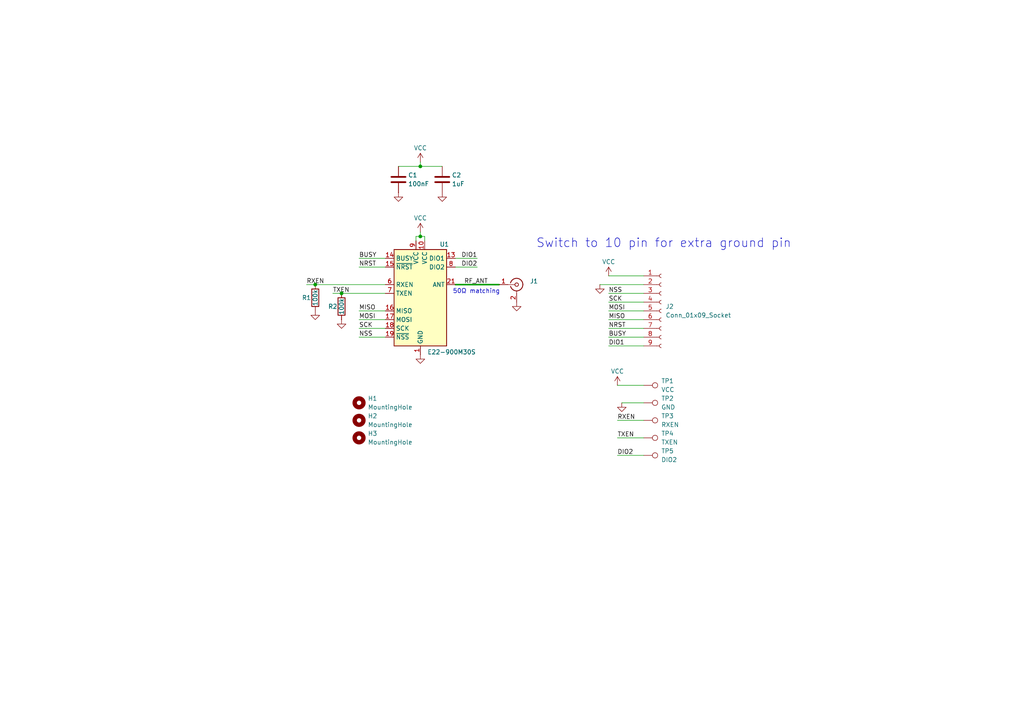
<source format=kicad_sch>
(kicad_sch (version 20231120) (generator "eeschema") (generator_version "8.0")
  (paper "A4")
  (title_block (title "ChungRF") (date "2024-05-23") (rev "R2") (company "Chungus Aerospace"))
  (lib_symbols
    (symbol "Connector:Conn_01x09_Socket" (pin_names (offset 1.016) hide)
      (property "Reference" "J" (at 0 12.7 0))
      (property "Value" "Conn_01x09_Socket" (at 0 -12.7 0))
      (symbol "Conn_01x09_Socket_1_1"
        (arc (start 0 -9.652) (mid -0.5058 -10.16) (end 0 -10.668) (stroke (width 0.1524)))
        (arc (start 0 -7.112) (mid -0.5058 -7.62) (end 0 -8.128) (stroke (width 0.1524)))
        (arc (start 0 -4.572) (mid -0.5058 -5.08) (end 0 -5.588) (stroke (width 0.1524)))
        (arc (start 0 -2.032) (mid -0.5058 -2.54) (end 0 -3.048) (stroke (width 0.1524)))
        (polyline (pts (xy -1.27 -10.16) (xy -0.508 -10.16)) (stroke (width 0.1524)))
        (polyline (pts (xy -1.27 -7.62) (xy -0.508 -7.62)) (stroke (width 0.1524)))
        (polyline (pts (xy -1.27 -5.08) (xy -0.508 -5.08)) (stroke (width 0.1524)))
        (polyline (pts (xy -1.27 -2.54) (xy -0.508 -2.54)) (stroke (width 0.1524)))
        (polyline (pts (xy -1.27 0) (xy -0.508 0)) (stroke (width 0.1524)))
        (polyline (pts (xy -1.27 2.54) (xy -0.508 2.54)) (stroke (width 0.1524)))
        (polyline (pts (xy -1.27 5.08) (xy -0.508 5.08)) (stroke (width 0.1524)))
        (polyline (pts (xy -1.27 7.62) (xy -0.508 7.62)) (stroke (width 0.1524)))
        (polyline (pts (xy -1.27 10.16) (xy -0.508 10.16)) (stroke (width 0.1524)))
        (arc (start 0 0.508) (mid -0.5058 0) (end 0 -0.508) (stroke (width 0.1524)))
        (arc (start 0 3.048) (mid -0.5058 2.54) (end 0 2.032) (stroke (width 0.1524)))
        (arc (start 0 5.588) (mid -0.5058 5.08) (end 0 4.572) (stroke (width 0.1524)))
        (arc (start 0 8.128) (mid -0.5058 7.62) (end 0 7.112) (stroke (width 0.1524)))
        (arc (start 0 10.668) (mid -0.5058 10.16) (end 0 9.652) (stroke (width 0.1524)))
        (pin passive line (at -5.08 10.16 0) (length 3.81) (name "Pin_1") (number "1"))
        (pin passive line (at -5.08 7.62 0) (length 3.81) (name "Pin_2") (number "2"))
        (pin passive line (at -5.08 5.08 0) (length 3.81) (name "Pin_3") (number "3"))
        (pin passive line (at -5.08 2.54 0) (length 3.81) (name "Pin_4") (number "4"))
        (pin passive line (at -5.08 0 0) (length 3.81) (name "Pin_5") (number "5"))
        (pin passive line (at -5.08 -2.54 0) (length 3.81) (name "Pin_6") (number "6"))
        (pin passive line (at -5.08 -5.08 0) (length 3.81) (name "Pin_7") (number "7"))
        (pin passive line (at -5.08 -7.62 0) (length 3.81) (name "Pin_8") (number "8"))
        (pin passive line (at -5.08 -10.16 0) (length 3.81) (name "Pin_9") (number "9"))
      )
    )
    (symbol "Connector:Conn_Coaxial" (pin_names (offset 1.016) hide)
      (property "Reference" "J" (at 0.254 3.048 0))
      (property "Value" "Conn_Coaxial" (at 2.921 0 90))
      (symbol "Conn_Coaxial_0_1"
        (arc (start -1.778 -0.508) (mid 0.2311 -1.8066) (end 1.778 0) (stroke (width 0.254)))
        (polyline (pts (xy -2.54 0) (xy -0.508 0)))
        (polyline (pts (xy 0 -2.54) (xy 0 -1.778)))
        (circle (center 0 0) (radius 0.508) (stroke (width 0.2032)))
        (arc (start 1.778 0) (mid 0.2099 1.8101) (end -1.778 0.508) (stroke (width 0.254)))
      )
      (symbol "Conn_Coaxial_1_1"
        (pin passive line (at -5.08 0 0) (length 2.54) (name "In") (number "1"))
        (pin passive line (at 0 -5.08 90) (length 2.54) (name "Ext") (number "2"))
      )
    )
    (symbol "Connector:TestPoint" (pin_numbers hide) (pin_names (offset 0.762) hide)
      (property "Reference" "TP" (at 0 6.858 0))
      (property "Value" "TestPoint" (at 0 5.08 0))
      (symbol "TestPoint_0_1"
        (circle (center 0 3.302) (radius 0.762))
      )
      (symbol "TestPoint_1_1"
        (pin passive line (at 0 0 90) (length 2.54) (name "1") (number "1"))
      )
    )
    (symbol "Device:C" (pin_numbers hide) (pin_names (offset 0.254))
      (property "Reference" "C" (at 0.635 2.54 0))
      (property "Value" "C" (at 0.635 -2.54 0))
      (symbol "C_0_1"
        (polyline (pts (xy -2.032 -0.762) (xy 2.032 -0.762)) (stroke (width 0.508)))
        (polyline (pts (xy -2.032 0.762) (xy 2.032 0.762)) (stroke (width 0.508)))
      )
      (symbol "C_1_1"
        (pin passive line (at 0 3.81 270) (length 2.794) (name "~") (number "1"))
        (pin passive line (at 0 -3.81 90) (length 2.794) (name "~") (number "2"))
      )
    )
    (symbol "Device:R" (pin_numbers hide) (pin_names (offset 0))
      (property "Reference" "R" (at 2.032 0 90))
      (property "Value" "R" (at 0 0 90))
      (symbol "R_0_1"
        (rectangle (start -1.016 -2.54) (end 1.016 2.54) (stroke (width 0.254)))
      )
      (symbol "R_1_1"
        (pin passive line (at 0 3.81 270) (length 1.27) (name "~") (number "1"))
        (pin passive line (at 0 -3.81 90) (length 1.27) (name "~") (number "2"))
      )
    )
    (symbol "Mechanical:MountingHole" (pin_names (offset 1.016))
      (property "Reference" "H" (at 0 5.08 0))
      (property "Value" "MountingHole" (at 0 3.175 0))
      (symbol "MountingHole_0_1"
        (circle (center 0 0) (radius 1.27) (stroke (width 1.27)))
      )
    )
    (symbol "besserLib:E22-900M30S"
      (property "Reference" "U" (at -7.112 14.986 0))
      (property "Value" "E22-900M30S" (at 8.128 14.732 0))
      (symbol "E22-900M30S_0_1"
        (rectangle (start -7.62 13.97) (end 7.62 -13.97) (stroke (width 0.254)) (fill (type background)))
      )
      (symbol "E22-900M30S_1_1"
        (pin power_in line (at 0 -16.51 90) (length 2.54) (name "GND") (number "1"))
        (pin power_in line (at 1.27 16.51 270) (length 2.54) (name "VCC") (number "10"))
        (pin passive line (at 0 -16.51 90) (length 2.54) hide (name "GND") (number "11"))
        (pin passive line (at 0 -16.51 90) (length 2.54) hide (name "GND") (number "12"))
        (pin bidirectional line (at 10.16 11.43 180) (length 2.54) (name "DIO1") (number "13"))
        (pin output line (at -10.16 11.43 0) (length 2.54) (name "BUSY") (number "14"))
        (pin input line (at -10.16 8.89 0) (length 2.54) (name "~{NRST}") (number "15"))
        (pin output line (at -10.16 -3.81 0) (length 2.54) (name "MISO") (number "16"))
        (pin input line (at -10.16 -6.35 0) (length 2.54) (name "MOSI") (number "17"))
        (pin input line (at -10.16 -8.89 0) (length 2.54) (name "SCK") (number "18"))
        (pin input line (at -10.16 -11.43 0) (length 2.54) (name "~{NSS}") (number "19"))
        (pin passive line (at 0 -16.51 90) (length 2.54) hide (name "GND") (number "2"))
        (pin passive line (at 0 -16.51 90) (length 2.54) hide (name "GND") (number "20"))
        (pin input line (at 10.16 3.81 180) (length 2.54) (name "ANT") (number "21"))
        (pin passive line (at 0 -16.51 90) (length 2.54) hide (name "GND") (number "22"))
        (pin passive line (at 0 -16.51 90) (length 2.54) hide (name "GND") (number "3"))
        (pin passive line (at 0 -16.51 90) (length 2.54) hide (name "GND") (number "4"))
        (pin passive line (at 0 -16.51 90) (length 2.54) hide (name "GND") (number "5"))
        (pin input line (at -10.16 3.81 0) (length 2.54) (name "RXEN") (number "6"))
        (pin input line (at -10.16 1.27 0) (length 2.54) (name "TXEN") (number "7"))
        (pin bidirectional line (at 10.16 8.89 180) (length 2.54) (name "DIO2") (number "8"))
        (pin power_in line (at -1.27 16.51 270) (length 2.54) (name "VCC") (number "9"))
      )
    )
    (symbol "power:GND" (power) (pin_numbers hide) (pin_names (offset 0) hide)
      (property "Value" "GND" (at 0 -3.81 0))
      (symbol "GND_0_1"
        (polyline (pts (xy 0 0) (xy 0 -1.27) (xy 1.27 -1.27) (xy 0 -2.54) (xy -1.27 -1.27) (xy 0 -1.27)))
      )
      (symbol "GND_1_1"
        (pin power_in line (at 0 0 270) (length 0) (name "~") (number "1"))
      )
    )
    (symbol "power:VCC" (power) (pin_numbers hide) (pin_names (offset 0) hide)
      (property "Value" "VCC" (at 0 3.556 0))
      (symbol "VCC_0_1"
        (polyline (pts (xy -0.762 1.27) (xy 0 2.54)))
        (polyline (pts (xy 0 0) (xy 0 2.54)))
        (polyline (pts (xy 0 2.54) (xy 0.762 1.27)))
      )
      (symbol "VCC_1_1"
        (pin power_in line (at 0 0 90) (length 0) (name "~") (number "1"))
      )
    )
  )
  (junction (at 99.06 85.09))
  (junction (at 121.92 68.58))
  (junction (at 91.44 82.55))
  (junction (at 121.92 48.26))
  (wire (pts (xy 120.65 68.58) (xy 121.92 68.58)))
  (wire (pts (xy 176.53 92.71) (xy 186.69 92.71)))
  (wire (pts (xy 88.9 82.55) (xy 91.44 82.55)))
  (wire (pts (xy 180.34 116.84) (xy 186.69 116.84)))
  (wire (pts (xy 96.52 85.09) (xy 99.06 85.09)))
  (wire (pts (xy 121.92 67.31) (xy 121.92 68.58)))
  (wire (pts (xy 104.14 74.93) (xy 111.76 74.93)))
  (wire (pts (xy 121.92 48.26) (xy 128.27 48.26)))
  (wire (pts (xy 176.53 90.17) (xy 186.69 90.17)))
  (wire (pts (xy 179.07 132.08) (xy 186.69 132.08)))
  (wire (pts (xy 104.14 97.79) (xy 111.76 97.79)))
  (wire (pts (xy 121.92 46.99) (xy 121.92 48.26)))
  (wire (pts (xy 104.14 95.25) (xy 111.76 95.25)))
  (wire (pts (xy 132.08 82.55) (xy 144.78 82.55)) (stroke (width 0.4318)))
  (wire (pts (xy 121.92 68.58) (xy 123.19 68.58)))
  (wire (pts (xy 115.57 48.26) (xy 121.92 48.26)))
  (wire (pts (xy 176.53 80.01) (xy 186.69 80.01)))
  (wire (pts (xy 104.14 90.17) (xy 111.76 90.17)))
  (wire (pts (xy 91.44 82.55) (xy 111.76 82.55)))
  (wire (pts (xy 132.08 77.47) (xy 138.43 77.47)))
  (wire (pts (xy 179.07 111.76) (xy 186.69 111.76)))
  (wire (pts (xy 179.07 121.92) (xy 186.69 121.92)))
  (wire (pts (xy 123.19 68.58) (xy 123.19 69.85)))
  (wire (pts (xy 176.53 85.09) (xy 186.69 85.09)))
  (wire (pts (xy 99.06 85.09) (xy 111.76 85.09)))
  (wire (pts (xy 132.08 74.93) (xy 138.43 74.93)))
  (wire (pts (xy 173.99 82.55) (xy 186.69 82.55)))
  (wire (pts (xy 104.14 77.47) (xy 111.76 77.47)))
  (wire (pts (xy 104.14 92.71) (xy 111.76 92.71)))
  (wire (pts (xy 176.53 100.33) (xy 186.69 100.33)))
  (wire (pts (xy 176.53 95.25) (xy 186.69 95.25)))
  (wire (pts (xy 176.53 87.63) (xy 186.69 87.63)))
  (wire (pts (xy 120.65 68.58) (xy 120.65 69.85)))
  (wire (pts (xy 186.69 127) (xy 179.07 127)))
  (wire (pts (xy 176.53 97.79) (xy 186.69 97.79)))
  (text "Switch to 10 pin for extra ground pin" (at 192.532 70.612 0) (effects (font (size 2.54 2.54))))
  (text "50Ω matching\n" (at 138.176 84.582 0) (effects (font (size 1.27 1.27))))
  (label "RXEN" (at 88.9 82.55 0))
  (label "SCK" (at 176.53 87.63 0))
  (label "DIO2" (at 179.07 132.08 0))
  (label "TXEN" (at 96.52 85.09 0))
  (label "RXEN" (at 179.07 121.92 0))
  (label "BUSY" (at 176.53 97.79 0))
  (label "BUSY" (at 104.14 74.93 0))
  (label "NRST" (at 176.53 95.25 0))
  (label "MISO" (at 176.53 92.71 0))
  (label "MISO" (at 104.14 90.17 0))
  (label "MOSI" (at 176.53 90.17 0))
  (label "TXEN" (at 179.07 127 0))
  (label "DIO2" (at 138.43 77.47 180))
  (label "NRST" (at 104.14 77.47 0))
  (label "RF_ANT" (at 134.62 82.55 0))
  (label "DIO1" (at 138.43 74.93 180))
  (label "MOSI" (at 104.14 92.71 0))
  (label "NSS" (at 104.14 97.79 0))
  (label "DIO1" (at 176.53 100.33 0))
  (label "NSS" (at 176.53 85.09 0))
  (label "SCK" (at 104.14 95.25 0))
  (symbol (lib_id "Connector:TestPoint") (at 186.69 111.76 270) (unit 1)
    (property "Reference" "TP1" (at 191.77 110.49 90) (effects (justify left)))
    (property "Value" "VCC" (at 191.77 113.03 90) (effects (justify left)))
    (property "Footprint" "TestPoint:TestPoint_Pad_D1.5mm" (effects (hide yes)))
    (property "Description" "test point" (effects (hide yes)))
  )
  (symbol (lib_id "power:VCC") (at 121.92 67.31 0) (unit 1)
    (property "Reference" "#PWR01" (effects (hide yes)))
    (property "Value" "VCC" (at 121.92 63.246 0))
    (property "Description" "Power symbol creates a global label with name \"VCC\"" (effects (hide yes)))
  )
  (symbol (lib_id "Mechanical:MountingHole") (at 104.14 121.92 0) (unit 1)
    (property "Reference" "H2" (at 106.68 120.65 0) (effects (justify left)))
    (property "Value" "MountingHole" (at 106.68 123.19 0) (effects (justify left)))
    (property "Footprint" "MountingHole:MountingHole_2.7mm_M2.5_Pad_Via" (effects (hide yes)))
    (property "Description" "Mounting Hole without connection" (effects (hide yes)))
  )
  (symbol (lib_id "Device:C") (at 128.27 52.07 0) (unit 1)
    (property "Reference" "C2" (at 131.064 50.8 0) (effects (justify left)))
    (property "Value" "1uF" (at 131.064 53.34 0) (effects (justify left)))
    (property "Footprint" "Capacitor_SMD:C_0603_1608Metric" (effects (hide yes)))
    (property "Description" "Unpolarized capacitor" (effects (hide yes)))
  )
  (symbol (lib_id "Device:R") (at 99.06 88.9 0) (unit 1)
    (property "Reference" "R2" (at 96.52 88.9 0))
    (property "Value" "100k" (at 99.06 88.9 90))
    (property "Footprint" "Capacitor_SMD:C_0603_1608Metric" (effects (hide yes)))
    (property "Description" "Resistor" (effects (hide yes)))
  )
  (symbol (lib_id "Device:C") (at 115.57 52.07 0) (unit 1)
    (property "Reference" "C1" (at 118.364 50.8 0) (effects (justify left)))
    (property "Value" "100nF" (at 118.364 53.34 0) (effects (justify left)))
    (property "Footprint" "Capacitor_SMD:C_0603_1608Metric" (effects (hide yes)))
    (property "Description" "Unpolarized capacitor" (effects (hide yes)))
  )
  (symbol (lib_id "power:GND") (at 115.57 55.88 0) (unit 1)
    (property "Reference" "#PWR013" (effects (hide yes)))
    (property "Value" "GND" (effects (hide yes)))
    (property "Description" "Power symbol creates a global label with name \"GND\" , ground" (effects (hide yes)))
  )
  (symbol (lib_id "Mechanical:MountingHole") (at 104.14 127 0) (unit 1)
    (property "Reference" "H3" (at 106.68 125.73 0) (effects (justify left)))
    (property "Value" "MountingHole" (at 106.68 128.27 0) (effects (justify left)))
    (property "Footprint" "MountingHole:MountingHole_2.7mm_M2.5_Pad_Via" (effects (hide yes)))
    (property "Description" "Mounting Hole without connection" (effects (hide yes)))
  )
  (symbol (lib_id "power:VCC") (at 179.07 111.76 0) (unit 1)
    (property "Reference" "#PWR04" (effects (hide yes)))
    (property "Value" "VCC" (at 179.07 107.696 0))
    (property "Description" "Power symbol creates a global label with name \"VCC\"" (effects (hide yes)))
  )
  (symbol (lib_id "power:GND") (at 121.92 102.87 0) (unit 1)
    (property "Reference" "#PWR02" (effects (hide yes)))
    (property "Value" "GND" (effects (hide yes)))
    (property "Description" "Power symbol creates a global label with name \"GND\" , ground" (effects (hide yes)))
  )
  (symbol (lib_id "power:VCC") (at 121.92 46.99 0) (unit 1)
    (property "Reference" "#PWR010" (effects (hide yes)))
    (property "Value" "VCC" (at 121.92 42.926 0))
    (property "Description" "Power symbol creates a global label with name \"VCC\"" (effects (hide yes)))
  )
  (symbol (lib_id "Mechanical:MountingHole") (at 104.14 116.84 0) (unit 1)
    (property "Reference" "H1" (at 106.68 115.57 0) (effects (justify left)))
    (property "Value" "MountingHole" (at 106.68 118.11 0) (effects (justify left)))
    (property "Footprint" "MountingHole:MountingHole_2.7mm_M2.5_Pad_Via" (effects (hide yes)))
    (property "Description" "Mounting Hole without connection" (effects (hide yes)))
  )
  (symbol (lib_id "Connector:Conn_01x09_Socket") (at 191.77 90.17 0) (unit 1)
    (property "Reference" "J2" (at 193.04 88.9 0) (effects (justify left)))
    (property "Value" "Conn_01x09_Socket" (at 193.04 91.44 0) (effects (justify left)))
    (property "Footprint" "Connector_JST:JST_SH_SM09B-SRSS-TB_1x09-1MP_P1.00mm_Horizontal" (effects (hide yes)))
    (property "Description" "Generic connector, single row, 01x09, script generated" (effects (hide yes)))
  )
  (symbol (lib_id "power:GND") (at 149.86 87.63 0) (unit 1)
    (property "Reference" "#PWR03" (effects (hide yes)))
    (property "Value" "GND" (effects (hide yes)))
    (property "Description" "Power symbol creates a global label with name \"GND\" , ground" (effects (hide yes)))
  )
  (symbol (lib_id "power:GND") (at 91.44 90.17 0) (unit 1)
    (property "Reference" "#PWR07" (effects (hide yes)))
    (property "Value" "GND" (effects (hide yes)))
    (property "Description" "Power symbol creates a global label with name \"GND\" , ground" (effects (hide yes)))
  )
  (symbol (lib_id "power:GND") (at 128.27 55.88 0) (unit 1)
    (property "Reference" "#PWR012" (effects (hide yes)))
    (property "Value" "GND" (effects (hide yes)))
    (property "Description" "Power symbol creates a global label with name \"GND\" , ground" (effects (hide yes)))
  )
  (symbol (lib_id "Connector:TestPoint") (at 186.69 127 270) (unit 1)
    (property "Reference" "TP4" (at 191.77 125.73 90) (effects (justify left)))
    (property "Value" "TXEN" (at 191.77 128.27 90) (effects (justify left)))
    (property "Footprint" "TestPoint:TestPoint_Pad_D1.5mm" (effects (hide yes)))
    (property "Description" "test point" (effects (hide yes)))
  )
  (symbol (lib_id "power:GND") (at 180.34 116.84 0) (unit 1)
    (property "Reference" "#PWR05" (effects (hide yes)))
    (property "Value" "GND" (effects (hide yes)))
    (property "Description" "Power symbol creates a global label with name \"GND\" , ground" (effects (hide yes)))
  )
  (symbol (lib_id "Connector:Conn_Coaxial") (at 149.86 82.55 0) (unit 1)
    (property "Reference" "J1" (at 153.67 81.5732 0) (effects (justify left)))
    (property "Value" "Conn_Coaxial" (effects (hide yes)))
    (property "Footprint" "besser_footprints:CON-SMA-EDGE-S" (effects (hide yes)))
    (property "Datasheet" "https://www.digikey.com/en/products/detail/rf-solutions/CON-SMA-EDGE-S/5845767" (effects (hide yes)))
    (property "Description" "coaxial connector (BNC, SMA, SMB, SMC, Cinch/RCA, LEMO, ...)" (effects (hide yes)))
  )
  (symbol (lib_id "power:VCC") (at 176.53 80.01 0) (unit 1)
    (property "Reference" "#PWR08" (effects (hide yes)))
    (property "Value" "VCC" (at 176.53 75.946 0))
    (property "Description" "Power symbol creates a global label with name \"VCC\"" (effects (hide yes)))
  )
  (symbol (lib_id "Device:R") (at 91.44 86.36 180) (unit 1)
    (property "Reference" "R1" (at 88.9 86.36 0))
    (property "Value" "100k" (at 91.44 86.36 90))
    (property "Footprint" "Capacitor_SMD:C_0603_1608Metric" (effects (hide yes)))
    (property "Description" "Resistor" (effects (hide yes)))
  )
  (symbol (lib_id "Connector:TestPoint") (at 186.69 132.08 270) (unit 1)
    (property "Reference" "TP5" (at 191.77 130.81 90) (effects (justify left)))
    (property "Value" "DIO2" (at 191.77 133.35 90) (effects (justify left)))
    (property "Footprint" "TestPoint:TestPoint_Pad_D1.5mm" (effects (hide yes)))
    (property "Description" "test point" (effects (hide yes)))
  )
  (symbol (lib_id "Connector:TestPoint") (at 186.69 121.92 270) (unit 1)
    (property "Reference" "TP3" (at 191.77 120.65 90) (effects (justify left)))
    (property "Value" "RXEN" (at 191.77 123.19 90) (effects (justify left)))
    (property "Footprint" "TestPoint:TestPoint_Pad_D1.5mm" (effects (hide yes)))
    (property "Description" "test point" (effects (hide yes)))
  )
  (symbol (lib_id "besserLib:E22-900M30S") (at 121.92 86.36 0) (unit 1)
    (property "Reference" "U1" (at 127.508 70.866 0) (effects (justify left)))
    (property "Value" "E22-900M30S" (at 123.952 102.108 0) (effects (justify left)))
    (property "Footprint" "besser_footprints:E22-900M30S" (effects (hide yes)))
    (property "Datasheet" "https://ebyteiot.com/collections/lora-module/products/sx1262-lora-module-e22-900m30s-868mhz-wireless-module-30dbm-12km-range-ipex-antenna-spi-interface-low-power-consumption-ebyte" (effects (hide yes)))
    (property "Description" "LoRa module with 1W LNA, based on SX1262" (effects (hide yes)))
  )
  (symbol (lib_id "power:GND") (at 99.06 92.71 0) (unit 1)
    (property "Reference" "#PWR06" (effects (hide yes)))
    (property "Value" "GND" (effects (hide yes)))
    (property "Description" "Power symbol creates a global label with name \"GND\" , ground" (effects (hide yes)))
  )
  (symbol (lib_id "Connector:TestPoint") (at 186.69 116.84 270) (unit 1)
    (property "Reference" "TP2" (at 191.77 115.57 90) (effects (justify left)))
    (property "Value" "GND" (at 191.77 118.11 90) (effects (justify left)))
    (property "Footprint" "TestPoint:TestPoint_Pad_D1.5mm" (effects (hide yes)))
    (property "Description" "test point" (effects (hide yes)))
  )
  (symbol (lib_id "power:GND") (at 173.99 82.55 0) (unit 1)
    (property "Reference" "#PWR09" (effects (hide yes)))
    (property "Value" "GND" (effects (hide yes)))
    (property "Description" "Power symbol creates a global label with name \"GND\" , ground" (effects (hide yes)))
  )
)
</source>
